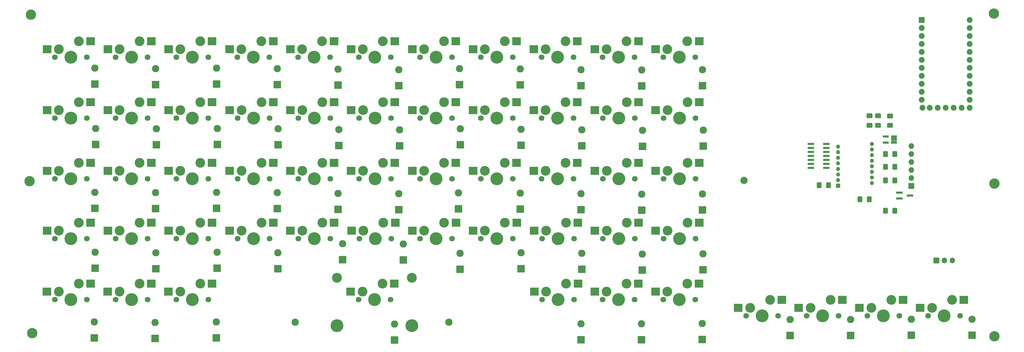
<source format=gbr>
G04 #@! TF.GenerationSoftware,KiCad,Pcbnew,(6.0.7)*
G04 #@! TF.CreationDate,2023-01-06T19:07:42-08:00*
G04 #@! TF.ProjectId,openot rev2,6f70656e-6f74-4207-9265-76322e6b6963,rev?*
G04 #@! TF.SameCoordinates,Original*
G04 #@! TF.FileFunction,Soldermask,Bot*
G04 #@! TF.FilePolarity,Negative*
%FSLAX46Y46*%
G04 Gerber Fmt 4.6, Leading zero omitted, Abs format (unit mm)*
G04 Created by KiCad (PCBNEW (6.0.7)) date 2023-01-06 19:07:42*
%MOMM*%
%LPD*%
G01*
G04 APERTURE LIST*
G04 Aperture macros list*
%AMRoundRect*
0 Rectangle with rounded corners*
0 $1 Rounding radius*
0 $2 $3 $4 $5 $6 $7 $8 $9 X,Y pos of 4 corners*
0 Add a 4 corners polygon primitive as box body*
4,1,4,$2,$3,$4,$5,$6,$7,$8,$9,$2,$3,0*
0 Add four circle primitives for the rounded corners*
1,1,$1+$1,$2,$3*
1,1,$1+$1,$4,$5*
1,1,$1+$1,$6,$7*
1,1,$1+$1,$8,$9*
0 Add four rect primitives between the rounded corners*
20,1,$1+$1,$2,$3,$4,$5,0*
20,1,$1+$1,$4,$5,$6,$7,0*
20,1,$1+$1,$6,$7,$8,$9,0*
20,1,$1+$1,$8,$9,$2,$3,0*%
G04 Aperture macros list end*
%ADD10C,3.102000*%
%ADD11C,4.089800*%
%ADD12C,1.803800*%
%ADD13RoundRect,0.051000X-1.275000X-1.250000X1.275000X-1.250000X1.275000X1.250000X-1.275000X1.250000X0*%
%ADD14RoundRect,0.051000X1.100000X-1.100000X1.100000X1.100000X-1.100000X1.100000X-1.100000X-1.100000X0*%
%ADD15O,2.302000X2.302000*%
%ADD16C,3.302000*%
%ADD17C,2.302000*%
%ADD18RoundRect,0.051000X-0.876300X0.876300X-0.876300X-0.876300X0.876300X-0.876300X0.876300X0.876300X0*%
%ADD19C,1.854600*%
%ADD20C,3.150000*%
%ADD21RoundRect,0.051000X0.850000X-0.850000X0.850000X0.850000X-0.850000X0.850000X-0.850000X-0.850000X0*%
%ADD22O,1.802000X1.802000*%
%ADD23RoundRect,0.051000X-0.850000X-0.850000X0.850000X-0.850000X0.850000X0.850000X-0.850000X0.850000X0*%
%ADD24RoundRect,0.051000X-0.600000X-0.600000X0.600000X-0.600000X0.600000X0.600000X-0.600000X0.600000X0*%
%ADD25C,1.302000*%
%ADD26RoundRect,0.301001X-0.462499X-0.624999X0.462499X-0.624999X0.462499X0.624999X-0.462499X0.624999X0*%
%ADD27RoundRect,0.051000X0.985000X0.300000X-0.985000X0.300000X-0.985000X-0.300000X0.985000X-0.300000X0*%
%ADD28RoundRect,0.301001X0.462499X0.624999X-0.462499X0.624999X-0.462499X-0.624999X0.462499X-0.624999X0*%
%ADD29RoundRect,0.051000X-1.000000X-0.325000X1.000000X-0.325000X1.000000X0.325000X-1.000000X0.325000X0*%
%ADD30RoundRect,0.051000X0.900000X-0.300000X0.900000X0.300000X-0.900000X0.300000X-0.900000X-0.300000X0*%
%ADD31RoundRect,0.301001X-0.624999X0.462499X-0.624999X-0.462499X0.624999X-0.462499X0.624999X0.462499X0*%
%ADD32RoundRect,0.301001X0.624999X-0.462499X0.624999X0.462499X-0.624999X0.462499X-0.624999X-0.462499X0*%
G04 APERTURE END LIST*
D10*
X157593800Y-128613600D03*
X151243800Y-131153600D03*
D11*
X155053800Y-133693600D03*
D12*
X160133800Y-133693600D03*
X149973800Y-133693600D03*
D13*
X161343800Y-128613600D03*
X147493800Y-131153600D03*
D14*
X183400000Y-159572183D03*
D15*
X183400000Y-154492183D03*
D10*
X118828533Y-89942285D03*
D11*
X116288533Y-95022285D03*
D12*
X121368533Y-95022285D03*
X111208533Y-95022285D03*
D10*
X112478533Y-92482285D03*
D13*
X122578533Y-89942285D03*
X108728533Y-92482285D03*
D16*
X371053483Y-81170234D03*
D10*
X112458000Y-169660000D03*
D11*
X116268000Y-172200000D03*
D12*
X111188000Y-172200000D03*
D10*
X118808000Y-167120000D03*
D12*
X121348000Y-172200000D03*
D13*
X122558000Y-167120000D03*
X108708000Y-169660000D03*
D14*
X85437267Y-162190298D03*
D15*
X85437267Y-157110298D03*
D11*
X232396800Y-133693600D03*
D12*
X227316800Y-133693600D03*
D10*
X228586800Y-131153600D03*
D12*
X237476800Y-133693600D03*
D10*
X234936800Y-128613600D03*
D13*
X238686800Y-128613600D03*
X224836800Y-131153600D03*
D14*
X239869267Y-143561315D03*
D15*
X239869267Y-138481315D03*
D17*
X197857667Y-179339132D03*
D14*
X162623000Y-103964817D03*
D15*
X162623000Y-98884817D03*
D12*
X237654600Y-172200000D03*
X227494600Y-172200000D03*
D11*
X232574600Y-172200000D03*
D10*
X235114600Y-167120000D03*
X228764600Y-169660000D03*
D13*
X238864600Y-167120000D03*
X225014600Y-169660000D03*
D11*
X193793667Y-152756115D03*
D12*
X188713667Y-152756115D03*
X198873667Y-152756115D03*
D10*
X189983667Y-150216115D03*
X196333667Y-147676115D03*
D13*
X200083667Y-147676115D03*
X186233667Y-150216115D03*
D16*
X371256683Y-135221434D03*
D14*
X85564267Y-122769498D03*
D15*
X85564267Y-117689498D03*
D14*
X239813600Y-184990817D03*
D15*
X239813600Y-179910817D03*
D14*
X85280000Y-103620000D03*
D15*
X85280000Y-98540000D03*
D14*
X181957267Y-143561315D03*
D15*
X181957267Y-138481315D03*
D11*
X77710800Y-114389600D03*
D12*
X72630800Y-114389600D03*
X82790800Y-114389600D03*
D10*
X73900800Y-111849600D03*
X80250800Y-109309600D03*
D13*
X84000800Y-109309600D03*
X70150800Y-111849600D03*
D11*
X174357800Y-114389600D03*
D12*
X179437800Y-114389600D03*
D10*
X176897800Y-109309600D03*
D12*
X169277800Y-114389600D03*
D10*
X170547800Y-111849600D03*
D13*
X180647800Y-109309600D03*
X166797800Y-111849600D03*
D12*
X169100000Y-172200000D03*
D10*
X176720000Y-167120000D03*
D12*
X179260000Y-172200000D03*
D10*
X170370000Y-169660000D03*
D11*
X174180000Y-172200000D03*
D13*
X180470000Y-167120000D03*
X166620000Y-169660000D03*
D14*
X278604267Y-162698298D03*
D15*
X278604267Y-157618298D03*
D14*
X143349267Y-143216498D03*
D15*
X143349267Y-138136498D03*
D14*
X104868267Y-122896498D03*
D15*
X104868267Y-117816498D03*
D14*
X164020000Y-159500000D03*
D15*
X164020000Y-154420000D03*
D10*
X273621000Y-167120000D03*
D12*
X276161000Y-172200000D03*
D11*
X271081000Y-172200000D03*
D12*
X266001000Y-172200000D03*
D10*
X267271000Y-169660000D03*
D13*
X277371000Y-167120000D03*
X263521000Y-169660000D03*
D14*
X201393134Y-162496830D03*
D15*
X201393134Y-157416830D03*
D10*
X73870533Y-92482285D03*
X80220533Y-89942285D03*
D12*
X72600533Y-95022285D03*
X82760533Y-95022285D03*
D11*
X77680533Y-95022285D03*
D13*
X83970533Y-89942285D03*
X70120533Y-92482285D03*
D12*
X130669800Y-114389600D03*
X140829800Y-114389600D03*
D10*
X131939800Y-111849600D03*
X138289800Y-109309600D03*
D11*
X135749800Y-114389600D03*
D13*
X142039800Y-109309600D03*
X128189800Y-111849600D03*
D14*
X85310267Y-143089498D03*
D15*
X85310267Y-138009498D03*
D12*
X91884000Y-172200000D03*
D11*
X96964000Y-172200000D03*
D10*
X93154000Y-169660000D03*
X99504000Y-167120000D03*
D12*
X102044000Y-172200000D03*
D13*
X103254000Y-167120000D03*
X89404000Y-169660000D03*
D14*
X123888000Y-184392000D03*
D15*
X123888000Y-179312000D03*
D14*
X220535000Y-103874000D03*
D15*
X220535000Y-98794000D03*
D16*
X64577083Y-134510234D03*
D14*
X364095800Y-183539182D03*
D15*
X364095800Y-178459182D03*
D14*
X220819267Y-123023498D03*
D15*
X220819267Y-117943498D03*
D12*
X102094800Y-133693600D03*
D10*
X99554800Y-128613600D03*
D12*
X91934800Y-133693600D03*
D11*
X97014800Y-133693600D03*
D10*
X93204800Y-131153600D03*
D13*
X103304800Y-128613600D03*
X89454800Y-131153600D03*
D10*
X118858800Y-147714400D03*
D11*
X116318800Y-152794400D03*
D12*
X111238800Y-152794400D03*
D10*
X112508800Y-150254400D03*
D12*
X121398800Y-152794400D03*
D13*
X122608800Y-147714400D03*
X108758800Y-150254400D03*
D11*
X77710800Y-152794400D03*
D10*
X80250800Y-147714400D03*
D12*
X72630800Y-152794400D03*
X82790800Y-152794400D03*
D10*
X73900800Y-150254400D03*
D13*
X84000800Y-147714400D03*
X70150800Y-150254400D03*
D14*
X104457000Y-184519000D03*
D15*
X104457000Y-179439000D03*
D10*
X254367800Y-147714400D03*
D12*
X246747800Y-152794400D03*
D11*
X251827800Y-152794400D03*
D12*
X256907800Y-152794400D03*
D10*
X248017800Y-150254400D03*
D13*
X258117800Y-147714400D03*
X244267800Y-150254400D03*
D12*
X91934800Y-152794400D03*
D10*
X93204800Y-150254400D03*
X99554800Y-147714400D03*
D11*
X97014800Y-152794400D03*
D12*
X102094800Y-152794400D03*
D13*
X103304800Y-147714400D03*
X89454800Y-150254400D03*
D14*
X162653267Y-143434315D03*
D15*
X162653267Y-138354315D03*
D18*
X348142683Y-83151434D03*
D19*
X348142683Y-85691434D03*
X348142683Y-88231434D03*
X348142683Y-90771434D03*
X348142683Y-93311434D03*
X348142683Y-95851434D03*
X348142683Y-98391434D03*
X348142683Y-100931434D03*
X348142683Y-103471434D03*
X348142683Y-106011434D03*
X348142683Y-108551434D03*
X348371283Y-111091434D03*
X363382683Y-111091434D03*
X363382683Y-108551434D03*
X363382683Y-106011434D03*
X363382683Y-103471434D03*
X363382683Y-100931434D03*
X363382683Y-98391434D03*
X363382683Y-95851434D03*
X363382683Y-93311434D03*
X363382683Y-90771434D03*
X363382683Y-88231434D03*
X363382683Y-85691434D03*
X363382683Y-83151434D03*
X350682683Y-111091434D03*
X353222683Y-111091434D03*
X355762683Y-111091434D03*
X358302683Y-111091434D03*
X360842683Y-111091434D03*
D14*
X85153000Y-184392000D03*
D15*
X85153000Y-179312000D03*
D16*
X65034283Y-81475034D03*
D10*
X170679667Y-150216115D03*
X177029667Y-147676115D03*
D11*
X174489667Y-152756115D03*
D12*
X179569667Y-152756115D03*
X169409667Y-152756115D03*
D13*
X180779667Y-147676115D03*
X166929667Y-150216115D03*
D14*
X344791800Y-183539182D03*
D15*
X344791800Y-178459182D03*
D11*
X355205801Y-177330801D03*
D10*
X357745801Y-172250801D03*
D12*
X360285801Y-177330801D03*
X350125801Y-177330801D03*
D10*
X351395801Y-174790801D03*
D13*
X361495801Y-172250801D03*
X347645801Y-174790801D03*
D12*
X198838533Y-95022285D03*
X188678533Y-95022285D03*
D10*
X189948533Y-92482285D03*
X196298533Y-89942285D03*
D11*
X193758533Y-95022285D03*
D13*
X200048533Y-89942285D03*
X186198533Y-92482285D03*
D14*
X306260000Y-183630000D03*
D15*
X306260000Y-178550000D03*
D14*
X278447000Y-104128000D03*
D15*
X278447000Y-99048000D03*
D10*
X151213533Y-92482285D03*
D12*
X149943533Y-95022285D03*
D10*
X157563533Y-89942285D03*
D12*
X160103533Y-95022285D03*
D11*
X155023533Y-95022285D03*
D13*
X161313533Y-89942285D03*
X147463533Y-92482285D03*
D14*
X278731267Y-123277498D03*
D15*
X278731267Y-118197498D03*
D10*
X228586800Y-111849600D03*
D12*
X237476800Y-114389600D03*
D11*
X232396800Y-114389600D03*
D12*
X227316800Y-114389600D03*
D10*
X234936800Y-109309600D03*
D13*
X238686800Y-109309600D03*
X224836800Y-111849600D03*
D12*
X198868800Y-114389600D03*
D11*
X193788800Y-114389600D03*
D10*
X196328800Y-109309600D03*
X189978800Y-111849600D03*
D12*
X188708800Y-114389600D03*
D13*
X200078800Y-109309600D03*
X186228800Y-111849600D03*
D14*
X220565267Y-143343498D03*
D15*
X220565267Y-138263498D03*
D14*
X124172267Y-162190298D03*
D15*
X124172267Y-157110298D03*
D14*
X124015000Y-103620000D03*
D15*
X124015000Y-98540000D03*
D10*
X189978800Y-131153600D03*
D12*
X198868800Y-133693600D03*
X188708800Y-133693600D03*
D10*
X196328800Y-128613600D03*
D11*
X193788800Y-133693600D03*
D13*
X200078800Y-128613600D03*
X186228800Y-131153600D03*
D14*
X240123267Y-123241315D03*
D15*
X240123267Y-118161315D03*
D11*
X135719533Y-95022285D03*
D10*
X138259533Y-89942285D03*
D12*
X140799533Y-95022285D03*
X130639533Y-95022285D03*
D10*
X131909533Y-92482285D03*
D13*
X142009533Y-89942285D03*
X128159533Y-92482285D03*
D10*
X131939800Y-150254400D03*
D12*
X130669800Y-152794400D03*
X140829800Y-152794400D03*
D11*
X135749800Y-152794400D03*
D10*
X138289800Y-147714400D03*
D13*
X142039800Y-147714400D03*
X128189800Y-150254400D03*
D11*
X251827800Y-114389600D03*
D10*
X254367800Y-109309600D03*
D12*
X256907800Y-114389600D03*
D10*
X248017800Y-111849600D03*
D12*
X246747800Y-114389600D03*
D13*
X258117800Y-109309600D03*
X244267800Y-111849600D03*
D11*
X116318800Y-114389600D03*
D10*
X118858800Y-109309600D03*
D12*
X111238800Y-114389600D03*
X121398800Y-114389600D03*
D10*
X112508800Y-111849600D03*
D13*
X122608800Y-109309600D03*
X108758800Y-111849600D03*
D10*
X267321800Y-111849600D03*
D11*
X271131800Y-114389600D03*
D12*
X266051800Y-114389600D03*
D10*
X273671800Y-109309600D03*
D12*
X276211800Y-114389600D03*
D13*
X277421800Y-109309600D03*
X263571800Y-111849600D03*
D10*
X267291533Y-92482285D03*
D12*
X266021533Y-95022285D03*
X276181533Y-95022285D03*
D10*
X273641533Y-89942285D03*
D11*
X271101533Y-95022285D03*
D13*
X277391533Y-89942285D03*
X263541533Y-92482285D03*
D14*
X325487801Y-183629999D03*
D15*
X325487801Y-178549999D03*
D14*
X143603267Y-122896498D03*
D15*
X143603267Y-117816498D03*
D14*
X259143000Y-104218817D03*
D15*
X259143000Y-99138817D03*
D20*
X162280000Y-165215000D03*
D11*
X162280000Y-180455000D03*
D20*
X186080000Y-165215000D03*
D11*
X186080000Y-180455000D03*
D12*
X237446533Y-95022285D03*
X227286533Y-95022285D03*
D10*
X228556533Y-92482285D03*
D11*
X232366533Y-95022285D03*
D10*
X234906533Y-89942285D03*
D13*
X238656533Y-89942285D03*
X224806533Y-92482285D03*
D14*
X143319000Y-103747000D03*
D15*
X143319000Y-98667000D03*
D11*
X232528667Y-152756115D03*
D12*
X227448667Y-152756115D03*
D10*
X235068667Y-147676115D03*
D12*
X237608667Y-152756115D03*
D10*
X228718667Y-150216115D03*
D13*
X238818667Y-147676115D03*
X224968667Y-150216115D03*
D12*
X266051800Y-152794400D03*
D10*
X267321800Y-150254400D03*
X273671800Y-147714400D03*
D11*
X271131800Y-152794400D03*
D12*
X276211800Y-152794400D03*
D13*
X277421800Y-147714400D03*
X263571800Y-150254400D03*
D14*
X239839000Y-104091817D03*
D15*
X239839000Y-99011817D03*
D21*
X352816283Y-159757834D03*
D22*
X355356283Y-159757834D03*
X357896283Y-159757834D03*
D14*
X104614267Y-143216498D03*
D15*
X104614267Y-138136498D03*
D14*
X259300267Y-162789115D03*
D15*
X259300267Y-157709115D03*
D12*
X121398800Y-133693600D03*
D10*
X112508800Y-131153600D03*
D11*
X116318800Y-133693600D03*
D10*
X118858800Y-128613600D03*
D12*
X111238800Y-133693600D03*
D13*
X122608800Y-128613600D03*
X108758800Y-131153600D03*
D14*
X104584000Y-103747000D03*
D15*
X104584000Y-98667000D03*
D14*
X201231000Y-103747000D03*
D15*
X201231000Y-98667000D03*
D10*
X157593800Y-109309600D03*
X151243800Y-111849600D03*
D12*
X149973800Y-114389600D03*
X160133800Y-114389600D03*
D11*
X155053800Y-114389600D03*
D13*
X161343800Y-109309600D03*
X147493800Y-111849600D03*
D10*
X176867533Y-89942285D03*
X170517533Y-92482285D03*
D12*
X169247533Y-95022285D03*
D11*
X174327533Y-95022285D03*
D12*
X179407533Y-95022285D03*
D13*
X180617533Y-89942285D03*
X166767533Y-92482285D03*
D12*
X330821801Y-177330801D03*
D10*
X338441801Y-172250801D03*
D11*
X335901801Y-177330801D03*
D10*
X332091801Y-174790801D03*
D12*
X340981801Y-177330801D03*
D13*
X342191801Y-172250801D03*
X328341801Y-174790801D03*
D14*
X182211267Y-123241315D03*
D15*
X182211267Y-118161315D03*
D22*
X344840683Y-123334234D03*
X344840683Y-125874234D03*
X344840683Y-128414234D03*
X344840683Y-130954234D03*
X344840683Y-133494234D03*
D23*
X344840683Y-136034234D03*
D14*
X278477267Y-143597498D03*
D15*
X278477267Y-138517498D03*
D14*
X201515267Y-122896498D03*
D15*
X201515267Y-117816498D03*
D14*
X240128134Y-162496830D03*
D15*
X240128134Y-157416830D03*
D14*
X124045267Y-143089498D03*
D15*
X124045267Y-138009498D03*
D14*
X143476267Y-162317298D03*
D15*
X143476267Y-157237298D03*
D14*
X124299267Y-122769498D03*
D15*
X124299267Y-117689498D03*
D12*
X130669800Y-133693600D03*
D10*
X131939800Y-131153600D03*
D11*
X135749800Y-133693600D03*
D10*
X138289800Y-128613600D03*
D12*
X140829800Y-133693600D03*
D13*
X142039800Y-128613600D03*
X128189800Y-131153600D03*
D12*
X321677800Y-177330801D03*
D10*
X312787800Y-174790801D03*
X319137800Y-172250801D03*
D11*
X316597800Y-177330801D03*
D12*
X311517800Y-177330801D03*
D13*
X322887800Y-172250801D03*
X309037800Y-174790801D03*
D12*
X218177667Y-152756115D03*
D10*
X209287667Y-150216115D03*
X215637667Y-147676115D03*
D11*
X213097667Y-152756115D03*
D12*
X208017667Y-152756115D03*
D13*
X219387667Y-147676115D03*
X205537667Y-150216115D03*
D10*
X209252533Y-92482285D03*
D12*
X207982533Y-95022285D03*
X218142533Y-95022285D03*
D11*
X213062533Y-95022285D03*
D10*
X215602533Y-89942285D03*
D13*
X219352533Y-89942285D03*
X205502533Y-92482285D03*
D14*
X181927000Y-104091817D03*
D15*
X181927000Y-99011817D03*
D10*
X247967000Y-169660000D03*
D12*
X256857000Y-172200000D03*
D11*
X251777000Y-172200000D03*
D10*
X254317000Y-167120000D03*
D12*
X246697000Y-172200000D03*
D13*
X258067000Y-167120000D03*
X244217000Y-169660000D03*
D10*
X99524533Y-89942285D03*
X93174533Y-92482285D03*
D12*
X91904533Y-95022285D03*
X102064533Y-95022285D03*
D11*
X96984533Y-95022285D03*
D13*
X103274533Y-89942285D03*
X89424533Y-92482285D03*
D12*
X72580000Y-172200000D03*
D10*
X73850000Y-169660000D03*
D11*
X77660000Y-172200000D03*
D10*
X80200000Y-167120000D03*
D12*
X82740000Y-172200000D03*
D13*
X83950000Y-167120000D03*
X70100000Y-169660000D03*
D10*
X299910000Y-172250800D03*
D11*
X297370000Y-177330800D03*
D12*
X302450000Y-177330800D03*
X292290000Y-177330800D03*
D10*
X293560000Y-174790800D03*
D13*
X303660000Y-172250800D03*
X289810000Y-174790800D03*
D14*
X278320000Y-184900000D03*
D15*
X278320000Y-179820000D03*
D17*
X291650000Y-134250000D03*
D14*
X220824134Y-162369830D03*
D15*
X220824134Y-157289830D03*
D16*
X65389883Y-182871834D03*
D14*
X200900000Y-143322183D03*
D15*
X200900000Y-138242183D03*
D12*
X256907800Y-133693600D03*
D11*
X251827800Y-133693600D03*
D10*
X248017800Y-131153600D03*
D12*
X246747800Y-133693600D03*
D10*
X254367800Y-128613600D03*
D13*
X258117800Y-128613600D03*
X244267800Y-131153600D03*
D12*
X169277800Y-133693600D03*
D11*
X174357800Y-133693600D03*
D12*
X179437800Y-133693600D03*
D10*
X170547800Y-131153600D03*
X176897800Y-128613600D03*
D13*
X180647800Y-128613600D03*
X166797800Y-131153600D03*
D11*
X97014800Y-114389600D03*
D10*
X99554800Y-109309600D03*
D12*
X91934800Y-114389600D03*
X102094800Y-114389600D03*
D10*
X93204800Y-111849600D03*
D13*
X103304800Y-109309600D03*
X89454800Y-111849600D03*
D14*
X259016000Y-184990817D03*
D15*
X259016000Y-179910817D03*
D14*
X259427267Y-123368315D03*
D15*
X259427267Y-118288315D03*
D12*
X276211800Y-133693600D03*
D10*
X273671800Y-128613600D03*
D12*
X266051800Y-133693600D03*
D10*
X267321800Y-131153600D03*
D11*
X271131800Y-133693600D03*
D13*
X277421800Y-128613600D03*
X263571800Y-131153600D03*
D10*
X209282800Y-111849600D03*
X215632800Y-109309600D03*
D11*
X213092800Y-114389600D03*
D12*
X208012800Y-114389600D03*
X218172800Y-114389600D03*
D13*
X219382800Y-109309600D03*
X205532800Y-111849600D03*
D12*
X160133800Y-152794400D03*
X149973800Y-152794400D03*
D11*
X155053800Y-152794400D03*
D10*
X157593800Y-147714400D03*
X151243800Y-150254400D03*
D13*
X161343800Y-147714400D03*
X147493800Y-150254400D03*
D14*
X104741267Y-162317298D03*
D15*
X104741267Y-157237298D03*
D11*
X77710800Y-133693600D03*
D12*
X82790800Y-133693600D03*
X72630800Y-133693600D03*
D10*
X80250800Y-128613600D03*
X73900800Y-131153600D03*
D13*
X84000800Y-128613600D03*
X70150800Y-131153600D03*
D14*
X162907267Y-123114315D03*
D15*
X162907267Y-118034315D03*
D17*
X149013467Y-179364532D03*
D14*
X259173267Y-143688315D03*
D15*
X259173267Y-138608315D03*
D14*
X180580800Y-185029102D03*
D15*
X180580800Y-179949102D03*
D12*
X246717533Y-95022285D03*
D10*
X247987533Y-92482285D03*
D11*
X251797533Y-95022285D03*
D12*
X256877533Y-95022285D03*
D10*
X254337533Y-89942285D03*
D13*
X258087533Y-89942285D03*
X244237533Y-92482285D03*
D16*
X371205883Y-183887834D03*
D10*
X209282800Y-131153600D03*
D12*
X208012800Y-133693600D03*
D11*
X213092800Y-133693600D03*
D12*
X218172800Y-133693600D03*
D10*
X215632800Y-128613600D03*
D13*
X219382800Y-128613600D03*
X205532800Y-131153600D03*
D24*
X321576683Y-135952234D03*
D25*
X321576683Y-134172234D03*
X321576683Y-132392234D03*
X321576683Y-130612234D03*
X321576683Y-128832234D03*
X321576683Y-127052234D03*
X321576683Y-125272234D03*
X321576683Y-123492234D03*
X332276683Y-122602234D03*
X332276683Y-124382234D03*
X332276683Y-126162234D03*
X332276683Y-127942234D03*
X332276683Y-129722234D03*
X332276683Y-131502234D03*
X332276683Y-133282234D03*
X332276683Y-135062234D03*
D26*
X336588183Y-129928234D03*
X339563183Y-129928234D03*
D27*
X317840683Y-122674234D03*
X317840683Y-123944234D03*
X317840683Y-125214234D03*
X317840683Y-126484234D03*
X317840683Y-127754234D03*
X317840683Y-129024234D03*
X317840683Y-130294234D03*
X312890683Y-130294234D03*
X312890683Y-129024234D03*
X312890683Y-127754234D03*
X312890683Y-126484234D03*
X312890683Y-125214234D03*
X312890683Y-123944234D03*
X312890683Y-122674234D03*
D28*
X318481183Y-135770234D03*
X315506183Y-135770234D03*
D29*
X341005683Y-140034234D03*
X341005683Y-138134234D03*
X344425683Y-139084234D03*
D28*
X339563183Y-143898234D03*
X336588183Y-143898234D03*
D30*
X339315683Y-120284234D03*
X339315683Y-121234234D03*
X339315683Y-122184234D03*
X336715683Y-122184234D03*
X336715683Y-120284234D03*
D28*
X339563183Y-125864234D03*
X336588183Y-125864234D03*
D31*
X334215683Y-113696734D03*
X334215683Y-116671734D03*
D32*
X338015683Y-116721734D03*
X338015683Y-113746734D03*
X331565683Y-116671734D03*
X331565683Y-113696734D03*
D28*
X339563183Y-134246234D03*
X336588183Y-134246234D03*
D26*
X328478183Y-140284234D03*
X331453183Y-140284234D03*
G36*
X340205097Y-121584234D02*
G01*
X340205097Y-121586234D01*
X340203755Y-121587196D01*
X340196990Y-121588541D01*
X340135357Y-121620780D01*
X340101083Y-121680964D01*
X340104789Y-121750121D01*
X340145330Y-121806346D01*
X340196933Y-121829913D01*
X340203764Y-121831272D01*
X340205268Y-121832591D01*
X340204878Y-121834553D01*
X340203374Y-121835234D01*
X338428001Y-121835234D01*
X338426269Y-121834234D01*
X338426269Y-121832234D01*
X338427611Y-121831272D01*
X338434376Y-121829927D01*
X338496009Y-121797688D01*
X338530283Y-121737504D01*
X338526577Y-121668347D01*
X338486036Y-121612122D01*
X338434433Y-121588555D01*
X338427602Y-121587196D01*
X338426098Y-121585877D01*
X338426488Y-121583915D01*
X338427992Y-121583234D01*
X340203365Y-121583234D01*
X340205097Y-121584234D01*
G37*
G36*
X340205097Y-120634234D02*
G01*
X340205097Y-120636234D01*
X340203755Y-120637196D01*
X340196990Y-120638541D01*
X340135357Y-120670780D01*
X340101083Y-120730964D01*
X340104789Y-120800121D01*
X340145330Y-120856346D01*
X340196933Y-120879913D01*
X340203764Y-120881272D01*
X340205268Y-120882591D01*
X340204878Y-120884553D01*
X340203374Y-120885234D01*
X338428001Y-120885234D01*
X338426269Y-120884234D01*
X338426269Y-120882234D01*
X338427611Y-120881272D01*
X338434376Y-120879927D01*
X338496009Y-120847688D01*
X338530283Y-120787504D01*
X338526577Y-120718347D01*
X338486036Y-120662122D01*
X338434433Y-120638555D01*
X338427602Y-120637196D01*
X338426098Y-120635877D01*
X338426488Y-120633915D01*
X338427992Y-120633234D01*
X340203365Y-120633234D01*
X340205097Y-120634234D01*
G37*
M02*

</source>
